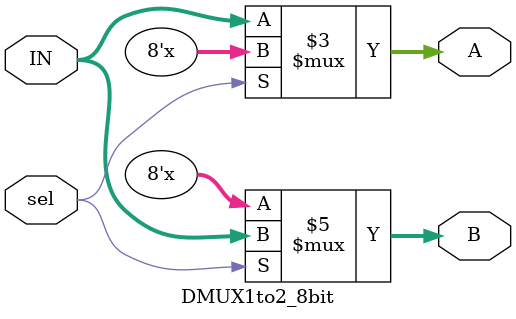
<source format=v>
`timescale 1ns / 1ps
module DMUX1to2_8bit(
    input [7:0] IN,
    input sel,
    output reg [7:0] A,B
    );

	always @(IN or sel) begin
		
		case(sel)
			1'b0: A = IN;
			1'b1: B = IN;	
		endcase
		
	end
	
endmodule
</source>
